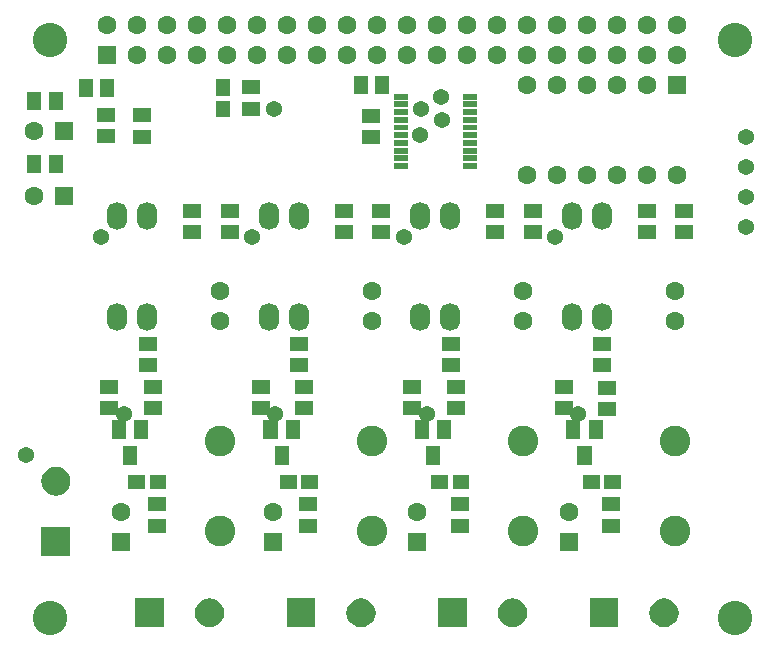
<source format=gts>
G04 Layer_Color=8388736*
%FSLAX25Y25*%
%MOIN*%
G70*
G01*
G75*
%ADD42R,0.05912X0.05124*%
%ADD43O,0.06699X0.09258*%
%ADD44R,0.05124X0.05912*%
%ADD45R,0.06306X0.06306*%
%ADD46C,0.06306*%
%ADD47C,0.06306*%
%ADD48R,0.06306X0.06306*%
%ADD49R,0.06306X0.06306*%
%ADD50C,0.10243*%
%ADD51C,0.11500*%
%ADD52C,0.05400*%
G36*
X183213Y-149862D02*
X177701D01*
Y-145138D01*
X183213D01*
Y-149862D01*
D02*
G37*
G36*
X190299D02*
X184787D01*
Y-145138D01*
X190299D01*
Y-149862D01*
D02*
G37*
G36*
X29062Y-141780D02*
X24338D01*
Y-135481D01*
X29062D01*
Y-141780D01*
D02*
G37*
G36*
X89299Y-149862D02*
X83787D01*
Y-145138D01*
X89299D01*
Y-149862D01*
D02*
G37*
G36*
X132713D02*
X127201D01*
Y-145138D01*
X132713D01*
Y-149862D01*
D02*
G37*
G36*
X139799D02*
X134287D01*
Y-145138D01*
X139799D01*
Y-149862D01*
D02*
G37*
G36*
X79662Y-141780D02*
X74938D01*
Y-135481D01*
X79662D01*
Y-141780D01*
D02*
G37*
G36*
X32802Y-133119D02*
X28078D01*
Y-126820D01*
X32802D01*
Y-133119D01*
D02*
G37*
G36*
X75922D02*
X71198D01*
Y-126820D01*
X75922D01*
Y-133119D01*
D02*
G37*
G36*
X83402D02*
X78678D01*
Y-126820D01*
X83402D01*
Y-133119D01*
D02*
G37*
G36*
X130062Y-141780D02*
X125338D01*
Y-135481D01*
X130062D01*
Y-141780D01*
D02*
G37*
G36*
X180562D02*
X175838D01*
Y-135481D01*
X180562D01*
Y-141780D01*
D02*
G37*
G36*
X25322Y-133119D02*
X20598D01*
Y-126820D01*
X25322D01*
Y-133119D01*
D02*
G37*
G36*
X205959Y-186401D02*
X207132Y-186887D01*
X208140Y-187660D01*
X208913Y-188668D01*
X209399Y-189841D01*
X209564Y-191100D01*
X209399Y-192359D01*
X208913Y-193532D01*
X208140Y-194540D01*
X207132Y-195313D01*
X205959Y-195799D01*
X204700Y-195965D01*
X203441Y-195799D01*
X202268Y-195313D01*
X201260Y-194540D01*
X200487Y-193532D01*
X200001Y-192359D01*
X199836Y-191100D01*
X200001Y-189841D01*
X200487Y-188668D01*
X201260Y-187660D01*
X202268Y-186887D01*
X203441Y-186401D01*
X204700Y-186235D01*
X205959Y-186401D01*
D02*
G37*
G36*
X38023Y-195923D02*
X28377D01*
Y-186277D01*
X38023D01*
Y-195923D01*
D02*
G37*
G36*
X88523D02*
X78877D01*
Y-186277D01*
X88523D01*
Y-195923D01*
D02*
G37*
G36*
X54459Y-186401D02*
X55632Y-186887D01*
X56640Y-187660D01*
X57413Y-188668D01*
X57899Y-189841D01*
X58064Y-191100D01*
X57899Y-192359D01*
X57413Y-193532D01*
X56640Y-194540D01*
X55632Y-195313D01*
X54459Y-195799D01*
X53200Y-195965D01*
X51941Y-195799D01*
X50768Y-195313D01*
X49760Y-194540D01*
X48987Y-193532D01*
X48501Y-192359D01*
X48336Y-191100D01*
X48501Y-189841D01*
X48987Y-188668D01*
X49760Y-187660D01*
X50768Y-186887D01*
X51941Y-186401D01*
X53200Y-186235D01*
X54459Y-186401D01*
D02*
G37*
G36*
X104959D02*
X106132Y-186887D01*
X107140Y-187660D01*
X107913Y-188668D01*
X108399Y-189841D01*
X108564Y-191100D01*
X108399Y-192359D01*
X107913Y-193532D01*
X107140Y-194540D01*
X106132Y-195313D01*
X104959Y-195799D01*
X103700Y-195965D01*
X102441Y-195799D01*
X101268Y-195313D01*
X100260Y-194540D01*
X99487Y-193532D01*
X99001Y-192359D01*
X98836Y-191100D01*
X99001Y-189841D01*
X99487Y-188668D01*
X100260Y-187660D01*
X101268Y-186887D01*
X102441Y-186401D01*
X103700Y-186235D01*
X104959Y-186401D01*
D02*
G37*
G36*
X155459D02*
X156632Y-186887D01*
X157640Y-187660D01*
X158413Y-188668D01*
X158899Y-189841D01*
X159064Y-191100D01*
X158899Y-192359D01*
X158413Y-193532D01*
X157640Y-194540D01*
X156632Y-195313D01*
X155459Y-195799D01*
X154200Y-195965D01*
X152941Y-195799D01*
X151768Y-195313D01*
X150760Y-194540D01*
X149987Y-193532D01*
X149501Y-192359D01*
X149336Y-191100D01*
X149501Y-189841D01*
X149987Y-188668D01*
X150760Y-187660D01*
X151768Y-186887D01*
X152941Y-186401D01*
X154200Y-186235D01*
X155459Y-186401D01*
D02*
G37*
G36*
X139023Y-195923D02*
X129377D01*
Y-186277D01*
X139023D01*
Y-195923D01*
D02*
G37*
G36*
X31713Y-149862D02*
X26201D01*
Y-145138D01*
X31713D01*
Y-149862D01*
D02*
G37*
G36*
X38799D02*
X33287D01*
Y-145138D01*
X38799D01*
Y-149862D01*
D02*
G37*
G36*
X82213D02*
X76701D01*
Y-145138D01*
X82213D01*
Y-149862D01*
D02*
G37*
G36*
X189523Y-195923D02*
X179877D01*
Y-186277D01*
X189523D01*
Y-195923D01*
D02*
G37*
G36*
X6823Y-172023D02*
X-2823D01*
Y-162377D01*
X6823D01*
Y-172023D01*
D02*
G37*
G36*
X3259Y-142501D02*
X4432Y-142987D01*
X5440Y-143760D01*
X6213Y-144768D01*
X6699Y-145941D01*
X6864Y-147200D01*
X6699Y-148459D01*
X6213Y-149632D01*
X5440Y-150640D01*
X4432Y-151413D01*
X3259Y-151899D01*
X2000Y-152065D01*
X741Y-151899D01*
X-432Y-151413D01*
X-1440Y-150640D01*
X-2213Y-149632D01*
X-2699Y-148459D01*
X-2864Y-147200D01*
X-2699Y-145941D01*
X-2213Y-144768D01*
X-1440Y-143760D01*
X-432Y-142987D01*
X741Y-142501D01*
X2000Y-142335D01*
X3259Y-142501D01*
D02*
G37*
G36*
X119356Y-27755D02*
X114669D01*
Y-25768D01*
X119356D01*
Y-27755D01*
D02*
G37*
G36*
X142331D02*
X137644D01*
Y-25768D01*
X142331D01*
Y-27755D01*
D02*
G37*
G36*
X59962Y-25899D02*
X55238D01*
Y-20387D01*
X59962D01*
Y-25899D01*
D02*
G37*
G36*
X142331Y-32873D02*
X137644D01*
Y-30886D01*
X142331D01*
Y-32873D01*
D02*
G37*
G36*
X119356Y-30314D02*
X114669D01*
Y-28327D01*
X119356D01*
Y-30314D01*
D02*
G37*
G36*
X142331D02*
X137644D01*
Y-28327D01*
X142331D01*
Y-30314D01*
D02*
G37*
G36*
X119356Y-25196D02*
X114669D01*
Y-23209D01*
X119356D01*
Y-25196D01*
D02*
G37*
G36*
Y-20078D02*
X114669D01*
Y-18090D01*
X119356D01*
Y-20078D01*
D02*
G37*
G36*
X142331D02*
X137644D01*
Y-18090D01*
X142331D01*
Y-20078D01*
D02*
G37*
G36*
X59962Y-18813D02*
X55238D01*
Y-13301D01*
X59962D01*
Y-18813D01*
D02*
G37*
G36*
X142331Y-25196D02*
X137644D01*
Y-23209D01*
X142331D01*
Y-25196D01*
D02*
G37*
G36*
X119356Y-22637D02*
X114669D01*
Y-20650D01*
X119356D01*
Y-22637D01*
D02*
G37*
G36*
X142331D02*
X137644D01*
Y-20650D01*
X142331D01*
Y-22637D01*
D02*
G37*
G36*
X184302Y-133119D02*
X179578D01*
Y-126820D01*
X184302D01*
Y-133119D01*
D02*
G37*
G36*
X119356Y-43109D02*
X114669D01*
Y-41122D01*
X119356D01*
Y-43109D01*
D02*
G37*
G36*
X142331D02*
X137644D01*
Y-41122D01*
X142331D01*
Y-43109D01*
D02*
G37*
G36*
X126322Y-133119D02*
X121598D01*
Y-126820D01*
X126322D01*
Y-133119D01*
D02*
G37*
G36*
X133802D02*
X129078D01*
Y-126820D01*
X133802D01*
Y-133119D01*
D02*
G37*
G36*
X176822D02*
X172098D01*
Y-126820D01*
X176822D01*
Y-133119D01*
D02*
G37*
G36*
X119356Y-40550D02*
X114669D01*
Y-38563D01*
X119356D01*
Y-40550D01*
D02*
G37*
G36*
Y-35432D02*
X114669D01*
Y-33445D01*
X119356D01*
Y-35432D01*
D02*
G37*
G36*
X142331D02*
X137644D01*
Y-33445D01*
X142331D01*
Y-35432D01*
D02*
G37*
G36*
X119356Y-32873D02*
X114669D01*
Y-30886D01*
X119356D01*
Y-32873D01*
D02*
G37*
G36*
X142331Y-40550D02*
X137644D01*
Y-38563D01*
X142331D01*
Y-40550D01*
D02*
G37*
G36*
X119356Y-37991D02*
X114669D01*
Y-36004D01*
X119356D01*
Y-37991D01*
D02*
G37*
G36*
X142331D02*
X137644D01*
Y-36004D01*
X142331D01*
Y-37991D01*
D02*
G37*
D42*
X30700Y-32343D02*
D03*
Y-25257D02*
D03*
X67100Y-23043D02*
D03*
Y-15957D02*
D03*
X107200Y-25557D02*
D03*
Y-32643D02*
D03*
X171300Y-115757D02*
D03*
Y-122843D02*
D03*
X120800Y-115757D02*
D03*
Y-122843D02*
D03*
X70300Y-115757D02*
D03*
Y-122843D02*
D03*
X19800Y-115757D02*
D03*
Y-122843D02*
D03*
X211500Y-57157D02*
D03*
Y-64243D02*
D03*
X161000Y-57157D02*
D03*
Y-64243D02*
D03*
X110500Y-57157D02*
D03*
Y-64243D02*
D03*
X60000Y-57157D02*
D03*
Y-64243D02*
D03*
X185800Y-116157D02*
D03*
Y-123243D02*
D03*
X135300Y-115657D02*
D03*
Y-122743D02*
D03*
X84800Y-115657D02*
D03*
Y-122743D02*
D03*
X34300Y-115657D02*
D03*
Y-122743D02*
D03*
X198900Y-57157D02*
D03*
Y-64243D02*
D03*
X148400Y-57157D02*
D03*
Y-64243D02*
D03*
X97900Y-57157D02*
D03*
Y-64243D02*
D03*
X47400Y-57157D02*
D03*
Y-64243D02*
D03*
X187200Y-162043D02*
D03*
Y-154957D02*
D03*
X136700Y-162043D02*
D03*
Y-154957D02*
D03*
X86200Y-162043D02*
D03*
Y-154957D02*
D03*
X35700Y-162043D02*
D03*
Y-154957D02*
D03*
X184000Y-101557D02*
D03*
Y-108643D02*
D03*
X133700Y-101557D02*
D03*
Y-108643D02*
D03*
X83200Y-101557D02*
D03*
Y-108643D02*
D03*
X32700Y-101557D02*
D03*
Y-108643D02*
D03*
X18600Y-32243D02*
D03*
Y-25157D02*
D03*
D43*
X184000Y-58968D02*
D03*
X174000D02*
D03*
Y-92432D02*
D03*
X184000D02*
D03*
X133500Y-58968D02*
D03*
X123500D02*
D03*
Y-92432D02*
D03*
X133500D02*
D03*
X83000Y-58968D02*
D03*
X73000D02*
D03*
Y-92432D02*
D03*
X83000D02*
D03*
X32500Y-58968D02*
D03*
X22500D02*
D03*
Y-92432D02*
D03*
X32500D02*
D03*
D44*
X1943Y-20400D02*
D03*
X-5143D02*
D03*
X1943Y-41500D02*
D03*
X-5143D02*
D03*
X103557Y-15200D02*
D03*
X110643D02*
D03*
X12057Y-16200D02*
D03*
X19143D02*
D03*
D45*
X209200Y-15000D02*
D03*
D46*
X199200D02*
D03*
X189200D02*
D03*
X179200D02*
D03*
X169200D02*
D03*
D47*
X159200D02*
D03*
X209200Y-45000D02*
D03*
X199200D02*
D03*
X189200D02*
D03*
X179200D02*
D03*
X169200D02*
D03*
X159200D02*
D03*
X-5200Y-30600D02*
D03*
Y-52200D02*
D03*
X172900Y-157600D02*
D03*
X122400D02*
D03*
X74300D02*
D03*
X23800D02*
D03*
X208300Y-83700D02*
D03*
Y-93700D02*
D03*
X157800Y-83700D02*
D03*
Y-93700D02*
D03*
X107300Y-83700D02*
D03*
Y-93700D02*
D03*
X56800Y-83700D02*
D03*
Y-93700D02*
D03*
X209200Y5000D02*
D03*
Y-5000D02*
D03*
X199200Y5000D02*
D03*
Y-5000D02*
D03*
X189200Y5000D02*
D03*
Y-5000D02*
D03*
X179200Y5000D02*
D03*
Y-5000D02*
D03*
X169200Y5000D02*
D03*
Y-5000D02*
D03*
X159200Y5000D02*
D03*
Y-5000D02*
D03*
X149200Y5000D02*
D03*
Y-5000D02*
D03*
X139200Y5000D02*
D03*
Y-5000D02*
D03*
X129200Y5000D02*
D03*
Y-5000D02*
D03*
X119200Y5000D02*
D03*
Y-5000D02*
D03*
X109200Y5000D02*
D03*
Y-5000D02*
D03*
X99200Y5000D02*
D03*
Y-5000D02*
D03*
X89200Y5000D02*
D03*
Y-5000D02*
D03*
X79200Y5000D02*
D03*
Y-5000D02*
D03*
X69200Y5000D02*
D03*
Y-5000D02*
D03*
X59200Y5000D02*
D03*
Y-5000D02*
D03*
X49200Y5000D02*
D03*
Y-5000D02*
D03*
X39200Y5000D02*
D03*
Y-5000D02*
D03*
X29200Y5000D02*
D03*
Y-5000D02*
D03*
X19200Y5000D02*
D03*
D48*
X4800Y-30600D02*
D03*
Y-52200D02*
D03*
X19200Y-5000D02*
D03*
D49*
X172900Y-167600D02*
D03*
X122400D02*
D03*
X74300D02*
D03*
X23800D02*
D03*
D50*
X208300Y-133700D02*
D03*
Y-163700D02*
D03*
X157800Y-133700D02*
D03*
Y-163700D02*
D03*
X107300Y-133700D02*
D03*
Y-163700D02*
D03*
X56800Y-133700D02*
D03*
Y-163700D02*
D03*
D51*
X228400Y-192900D02*
D03*
X0D02*
D03*
Y0D02*
D03*
X228400D02*
D03*
D52*
X74700Y-23200D02*
D03*
X130600Y-26700D02*
D03*
X123800Y-23000D02*
D03*
X130500Y-19300D02*
D03*
X123500Y-31800D02*
D03*
X168500Y-65700D02*
D03*
X118000D02*
D03*
X17000D02*
D03*
X67500D02*
D03*
X231900Y-52600D02*
D03*
Y-42600D02*
D03*
Y-32600D02*
D03*
Y-62600D02*
D03*
X75200Y-124800D02*
D03*
X24700D02*
D03*
X-7800Y-138500D02*
D03*
X125700Y-124800D02*
D03*
X176200D02*
D03*
M02*

</source>
